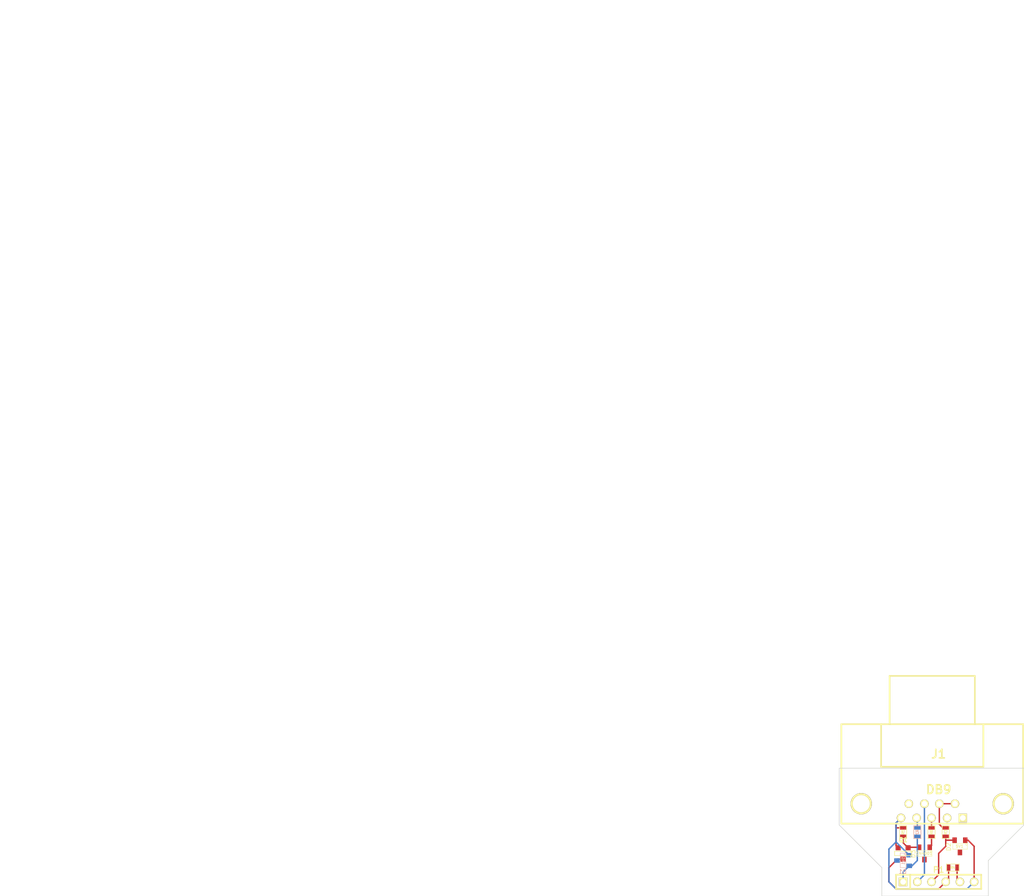
<source format=kicad_pcb>

(kicad_pcb
  (version 3)
  (host pcbnew "(2013-may-18)-stable")
  (general
    (links 20)
    (no_connects 0)
    (area 149.809999 137.109999 182.930001 160.070001)
    (thickness 1.6)
    (drawings 8)
    (tracks 54)
    (zones 0)
    (modules 12)
    (nets 12))
  (page A3)
  (layers
    (15 F.Cu signal)
    (0 B.Cu signal)
    (16 B.Adhes user)
    (17 F.Adhes user)
    (18 B.Paste user)
    (19 F.Paste user)
    (20 B.SilkS user)
    (21 F.SilkS user)
    (22 B.Mask user)
    (23 F.Mask user)
    (28 Edge.Cuts user))
  (setup
    (last_trace_width 0.254)
    (trace_clearance 0.254)
    (zone_clearance 0.508)
    (zone_45_only yes)
    (trace_min 0.254)
    (segment_width 0.2)
    (edge_width 0.1)
    (via_size 0.889)
    (via_drill 0.635)
    (via_min_size 0.889)
    (via_min_drill 0.508)
    (uvia_size 0.508)
    (uvia_drill 0.127)
    (uvias_allowed no)
    (uvia_min_size 0.508)
    (uvia_min_drill 0.127)
    (pcb_text_width 0.3)
    (pcb_text_size 1.5 1.5)
    (mod_edge_width 0.15)
    (mod_text_size 1 1)
    (mod_text_width 0.15)
    (pad_size 0.254 0.254)
    (pad_drill 0)
    (pad_to_mask_clearance 0)
    (aux_axis_origin 0 0)
    (visible_elements FFFFFBBF)
    (pcbplotparams
      (layerselection 271613953)
      (usegerberextensions true)
      (excludeedgelayer true)
      (linewidth 0.15)
      (plotframeref false)
      (viasonmask false)
      (mode 1)
      (useauxorigin false)
      (hpglpennumber 1)
      (hpglpenspeed 20)
      (hpglpendiameter 15)
      (hpglpenoverlay 2)
      (psnegative false)
      (psa4output false)
      (plotreference true)
      (plotvalue true)
      (plotothertext true)
      (plotinvisibletext false)
      (padsonsilk false)
      (subtractmaskfromsilk false)
      (outputformat 1)
      (mirror false)
      (drillshape 0)
      (scaleselection 1)
      (outputdirectory "")))
  (net 0 "")
  (net 1 GND)
  (net 2 MISO)
  (net 3 MOSI)
  (net 4 N-0000014)
  (net 5 N-000002)
  (net 6 N-000004)
  (net 7 N-000005)
  (net 8 N-000006)
  (net 9 RESET)
  (net 10 SCK)
  (net 11 VCC)
  (net_class Default "This is the default net class."
    (clearance 0.254)
    (trace_width 0.254)
    (via_dia 0.889)
    (via_drill 0.635)
    (uvia_dia 0.508)
    (uvia_drill 0.127)
    (add_net "")
    (add_net GND)
    (add_net MISO)
    (add_net MOSI)
    (add_net N-0000014)
    (add_net N-000002)
    (add_net N-000004)
    (add_net N-000005)
    (add_net N-000006)
    (add_net RESET)
    (add_net SCK)
    (add_net VCC))
  (module STUB
    (layer F.Cu)
    (tedit 5515612B)
    (tstamp 5515BD0E)
    (at 0 0)
    (fp_text reference STUB
      (at 0 3e-05)
      (layer F.SilkS)
      (effects
        (font
          (size 3e-05 3e-05)
          (thickness 7e-06))))
    (fp_text value VAL**
      (at 0 -3e-05)
      (layer F.SilkS)
      (effects
        (font
          (size 3e-05 3e-05)
          (thickness 7e-06)))))
  (module SM0603
    (layer F.Cu)
    (tedit 55128910)
    (tstamp 551288CD)
    (at 166.37 148.59 270)
    (path /551256FE)
    (attr smd)
    (fp_text reference R6
      (at 0 0 270)
      (layer F.SilkS)
      (effects
        (font
          (size 0.508 0.4572)
          (thickness 0.1143))))
    (fp_text value 10k
      (at 0 0 270)
      (layer F.SilkS) hide
      (effects
        (font
          (size 0.508 0.4572)
          (thickness 0.1143))))
    (fp_line
      (start -1.143 -0.635)
      (end 1.143 -0.635)
      (layer F.SilkS)
      (width 0.127))
    (fp_line
      (start 1.143 -0.635)
      (end 1.143 0.635)
      (layer F.SilkS)
      (width 0.127))
    (fp_line
      (start 1.143 0.635)
      (end -1.143 0.635)
      (layer F.SilkS)
      (width 0.127))
    (fp_line
      (start -1.143 0.635)
      (end -1.143 -0.635)
      (layer F.SilkS)
      (width 0.127))
    (pad 1 smd rect
      (at -0.762 0 270)
      (size 0.635 1.143)
      (layers F.Cu F.Paste F.Mask)
      (net 7 N-000005))
    (pad 2 smd rect
      (at 0.762 0 270)
      (size 0.635 1.143)
      (layers F.Cu F.Paste F.Mask)
      (net 8 N-000006))
    (model smd\resistors\R0603.wrl
      (at
        (xyz 0 0 0.001))
      (scale
        (xyz 0.5 0.5 0.5))
      (rotate
        (xyz 0 0 0))))
  (module SM0603
    (layer B.Cu)
    (tedit 4E43A3D1)
    (tstamp 55128727)
    (at 163.83 148.59 270)
    (path /551266D1)
    (attr smd)
    (fp_text reference R2
      (at 0 0 270)
      (layer B.SilkS)
      (effects
        (font
          (size 0.508 0.4572)
          (thickness 0.1143))
        (justify mirror)))
    (fp_text value 4k7
      (at 0 0 270)
      (layer B.SilkS) hide
      (effects
        (font
          (size 0.508 0.4572)
          (thickness 0.1143))
        (justify mirror)))
    (fp_line
      (start -1.143 0.635)
      (end 1.143 0.635)
      (layer B.SilkS)
      (width 0.127))
    (fp_line
      (start 1.143 0.635)
      (end 1.143 -0.635)
      (layer B.SilkS)
      (width 0.127))
    (fp_line
      (start 1.143 -0.635)
      (end -1.143 -0.635)
      (layer B.SilkS)
      (width 0.127))
    (fp_line
      (start -1.143 -0.635)
      (end -1.143 0.635)
      (layer B.SilkS)
      (width 0.127))
    (pad 1 smd rect
      (at -0.762 0 270)
      (size 0.635 1.143)
      (layers B.Cu B.Paste B.Mask)
      (net 6 N-000004))
    (pad 2 smd rect
      (at 0.762 0 270)
      (size 0.635 1.143)
      (layers B.Cu B.Paste B.Mask)
      (net 3 MOSI))
    (model smd\resistors\R0603.wrl
      (at
        (xyz 0 0 0.001))
      (scale
        (xyz 0.5 0.5 0.5))
      (rotate
        (xyz 0 0 0))))
  (module SM0603
    (layer F.Cu)
    (tedit 4E43A3D1)
    (tstamp 55152EC5)
    (at 170.18 154.94)
    (path /5512781E)
    (attr smd)
    (fp_text reference R4
      (at 0 0)
      (layer F.SilkS)
      (effects
        (font
          (size 0.508 0.4572)
          (thickness 0.1143))))
    (fp_text value 10k
      (at 0 0)
      (layer F.SilkS) hide
      (effects
        (font
          (size 0.508 0.4572)
          (thickness 0.1143))))
    (fp_line
      (start -1.143 -0.635)
      (end 1.143 -0.635)
      (layer F.SilkS)
      (width 0.127))
    (fp_line
      (start 1.143 -0.635)
      (end 1.143 0.635)
      (layer F.SilkS)
      (width 0.127))
    (fp_line
      (start 1.143 0.635)
      (end -1.143 0.635)
      (layer F.SilkS)
      (width 0.127))
    (fp_line
      (start -1.143 0.635)
      (end -1.143 -0.635)
      (layer F.SilkS)
      (width 0.127))
    (pad 1 smd rect
      (at -0.762 0)
      (size 0.635 1.143)
      (layers F.Cu F.Paste F.Mask)
      (net 9 RESET))
    (pad 2 smd rect
      (at 0.762 0)
      (size 0.635 1.143)
      (layers F.Cu F.Paste F.Mask)
      (net 11 VCC))
    (model smd\resistors\R0603.wrl
      (at
        (xyz 0 0 0.001))
      (scale
        (xyz 0.5 0.5 0.5))
      (rotate
        (xyz 0 0 0))))
  (module SM0603
    (layer F.Cu)
    (tedit 4E43A3D1)
    (tstamp 55152F38)
    (at 161.29 148.59 270)
    (path /55127C54)
    (attr smd)
    (fp_text reference R5
      (at 0 0 270)
      (layer F.SilkS)
      (effects
        (font
          (size 0.508 0.4572)
          (thickness 0.1143))))
    (fp_text value 22k
      (at 0 0 270)
      (layer F.SilkS) hide
      (effects
        (font
          (size 0.508 0.4572)
          (thickness 0.1143))))
    (fp_line
      (start -1.143 -0.635)
      (end 1.143 -0.635)
      (layer F.SilkS)
      (width 0.127))
    (fp_line
      (start 1.143 -0.635)
      (end 1.143 0.635)
      (layer F.SilkS)
      (width 0.127))
    (fp_line
      (start 1.143 0.635)
      (end -1.143 0.635)
      (layer F.SilkS)
      (width 0.127))
    (fp_line
      (start -1.143 0.635)
      (end -1.143 -0.635)
      (layer F.SilkS)
      (width 0.127))
    (pad 1 smd rect
      (at -0.762 0 270)
      (size 0.635 1.143)
      (layers F.Cu F.Paste F.Mask)
      (net 1 GND))
    (pad 2 smd rect
      (at 0.762 0 270)
      (size 0.635 1.143)
      (layers F.Cu F.Paste F.Mask)
      (net 5 N-000002))
    (model smd\resistors\R0603.wrl
      (at
        (xyz 0 0 0.001))
      (scale
        (xyz 0.5 0.5 0.5))
      (rotate
        (xyz 0 0 0))))
  (module SM0603
    (layer F.Cu)
    (tedit 551288F1)
    (tstamp 55152C2A)
    (at 168.91 148.59 270)
    (path /55128066)
    (attr smd)
    (fp_text reference R3
      (at 0 0 270)
      (layer F.SilkS)
      (effects
        (font
          (size 0.508 0.4572)
          (thickness 0.1143))))
    (fp_text value 4k7
      (at 0 0 270)
      (layer F.SilkS) hide
      (effects
        (font
          (size 0.508 0.4572)
          (thickness 0.1143))))
    (fp_line
      (start -1.143 -0.635)
      (end 1.143 -0.635)
      (layer F.SilkS)
      (width 0.127))
    (fp_line
      (start 1.143 -0.635)
      (end 1.143 0.635)
      (layer F.SilkS)
      (width 0.127))
    (fp_line
      (start 1.143 0.635)
      (end -1.143 0.635)
      (layer F.SilkS)
      (width 0.127))
    (fp_line
      (start -1.143 0.635)
      (end -1.143 -0.635)
      (layer F.SilkS)
      (width 0.127))
    (pad 1 smd rect
      (at -0.762 0 270)
      (size 0.635 1.143)
      (layers F.Cu F.Paste F.Mask)
      (net 4 N-0000014))
    (pad 2 smd rect
      (at 0.762 0 270)
      (size 0.635 1.143)
      (layers F.Cu F.Paste F.Mask)
      (net 10 SCK))
    (model smd\resistors\R0603.wrl
      (at
        (xyz 0 0 0.001))
      (scale
        (xyz 0.5 0.5 0.5))
      (rotate
        (xyz 0 0 0))))
  (module DB9MC
    (layer F.Cu)
    (tedit 200000)
    (tstamp 55152F1E)
    (at 166.37 144.78)
    (descr "Connecteur DB9 male couche")
    (tags "CONN DB9")
    (path /55125615)
    (fp_text reference J1
      (at 1.27 -10.16)
      (layer F.SilkS)
      (effects
        (font
          (size 1.524 1.524)
          (thickness 0.3048))))
    (fp_text value DB9
      (at 1.27 -3.81)
      (layer F.SilkS)
      (effects
        (font
          (size 1.524 1.524)
          (thickness 0.3048))))
    (fp_line
      (start -16.129 2.286)
      (end 16.383 2.286)
      (layer F.SilkS)
      (width 0.3048))
    (fp_line
      (start 16.383 2.286)
      (end 16.383 -15.494)
      (layer F.SilkS)
      (width 0.3048))
    (fp_line
      (start 16.383 -15.494)
      (end -16.129 -15.494)
      (layer F.SilkS)
      (width 0.3048))
    (fp_line
      (start -16.129 -15.494)
      (end -16.129 2.286)
      (layer F.SilkS)
      (width 0.3048))
    (fp_line
      (start -9.017 -15.494)
      (end -9.017 -7.874)
      (layer F.SilkS)
      (width 0.3048))
    (fp_line
      (start -9.017 -7.874)
      (end 9.271 -7.874)
      (layer F.SilkS)
      (width 0.3048))
    (fp_line
      (start 9.271 -7.874)
      (end 9.271 -15.494)
      (layer F.SilkS)
      (width 0.3048))
    (fp_line
      (start -7.493 -15.494)
      (end -7.493 -24.13)
      (layer F.SilkS)
      (width 0.3048))
    (fp_line
      (start -7.493 -24.13)
      (end 7.747 -24.13)
      (layer F.SilkS)
      (width 0.3048))
    (fp_line
      (start 7.747 -24.13)
      (end 7.747 -15.494)
      (layer F.SilkS)
      (width 0.3048))
    (pad "" thru_hole circle
      (at 12.827 -1.27)
      (size 3.81 3.81)
      (drill 3.048)
      (layers *.Cu *.Mask F.SilkS))
    (pad "" thru_hole circle
      (at -12.573 -1.27)
      (size 3.81 3.81)
      (drill 3.048)
      (layers *.Cu *.Mask F.SilkS))
    (pad 1 thru_hole rect
      (at 5.588 1.27)
      (size 1.524 1.524)
      (drill 1.016)
      (layers *.Cu *.Mask F.SilkS))
    (pad 2 thru_hole circle
      (at 2.794 1.27)
      (size 1.524 1.524)
      (drill 1.016)
      (layers *.Cu *.Mask F.SilkS))
    (pad 3 thru_hole circle
      (at 0 1.27)
      (size 1.524 1.524)
      (drill 1.016)
      (layers *.Cu *.Mask F.SilkS)
      (net 7 N-000005))
    (pad 4 thru_hole circle
      (at -2.667 1.27)
      (size 1.524 1.524)
      (drill 1.016)
      (layers *.Cu *.Mask F.SilkS)
      (net 6 N-000004))
    (pad 5 thru_hole circle
      (at -5.461 1.27)
      (size 1.524 1.524)
      (drill 1.016)
      (layers *.Cu *.Mask F.SilkS)
      (net 1 GND))
    (pad 9 thru_hole circle
      (at -4.064 -1.27)
      (size 1.524 1.524)
      (drill 1.016)
      (layers *.Cu *.Mask F.SilkS))
    (pad 8 thru_hole circle
      (at -1.27 -1.27)
      (size 1.524 1.524)
      (drill 1.016)
      (layers *.Cu *.Mask F.SilkS)
      (net 2 MISO))
    (pad 7 thru_hole circle
      (at 1.397 -1.27)
      (size 1.524 1.524)
      (drill 1.016)
      (layers *.Cu *.Mask F.SilkS)
      (net 4 N-0000014))
    (pad 6 thru_hole circle
      (at 4.191 -1.27)
      (size 1.524 1.524)
      (drill 1.016)
      (layers *.Cu *.Mask F.SilkS)
      (net 4 N-0000014))
    (model conn_DBxx/db9_male_pin90deg.wrl
      (at
        (xyz 0 0 0))
      (scale
        (xyz 1 1 1))
      (rotate
        (xyz 0 0 0))))
  (module SOT23
    (layer F.Cu)
    (tedit 5051A6D7)
    (tstamp 5512876E)
    (at 165.1 152.4 180)
    (tags SOT23)
    (path /55125783)
    (fp_text reference D3
      (at 1.99898 -0.09906 270)
      (layer F.SilkS)
      (effects
        (font
          (size 0.762 0.762)
          (thickness 0.11938))))
    (fp_text value 1N4001
      (at 0.0635 0 180)
      (layer F.SilkS)
      (effects
        (font
          (size 0.50038 0.50038)
          (thickness 0.09906))))
    (fp_circle
      (center -1.17602 0.35052)
      (end -1.30048 0.44958)
      (layer F.SilkS)
      (width 0.07874))
    (fp_line
      (start 1.27 -0.508)
      (end 1.27 0.508)
      (layer F.SilkS)
      (width 0.07874))
    (fp_line
      (start -1.3335 -0.508)
      (end -1.3335 0.508)
      (layer F.SilkS)
      (width 0.07874))
    (fp_line
      (start 1.27 0.508)
      (end -1.3335 0.508)
      (layer F.SilkS)
      (width 0.07874))
    (fp_line
      (start -1.3335 -0.508)
      (end 1.27 -0.508)
      (layer F.SilkS)
      (width 0.07874))
    (pad 3 smd rect
      (at 0 -1.09982 180)
      (size 0.8001 1.00076)
      (layers F.Cu F.Paste F.Mask))
    (pad 2 smd rect
      (at 0.9525 1.09982 180)
      (size 0.8001 1.00076)
      (layers F.Cu F.Paste F.Mask)
      (net 5 N-000002))
    (pad 1 smd rect
      (at -0.9525 1.09982 180)
      (size 0.8001 1.00076)
      (layers F.Cu F.Paste F.Mask)
      (net 8 N-000006))
    (model smd\SOT23_3.wrl
      (at
        (xyz 0 0 0))
      (scale
        (xyz 0.4 0.4 0.4))
      (rotate
        (xyz 0 0 180))))
  (module SOT23
    (layer B.Cu)
    (tedit 5051A6D7)
    (tstamp 5512877E)
    (at 161.29 153.67 270)
    (tags SOT23)
    (path /55126C41)
    (fp_text reference D1
      (at 1.99898 0.09906 540)
      (layer B.SilkS)
      (effects
        (font
          (size 0.762 0.762)
          (thickness 0.11938))
        (justify mirror)))
    (fp_text value 5V1
      (at 0.0635 0 270)
      (layer B.SilkS)
      (effects
        (font
          (size 0.50038 0.50038)
          (thickness 0.09906))
        (justify mirror)))
    (fp_circle
      (center -1.17602 -0.35052)
      (end -1.30048 -0.44958)
      (layer B.SilkS)
      (width 0.07874))
    (fp_line
      (start 1.27 0.508)
      (end 1.27 -0.508)
      (layer B.SilkS)
      (width 0.07874))
    (fp_line
      (start -1.3335 0.508)
      (end -1.3335 -0.508)
      (layer B.SilkS)
      (width 0.07874))
    (fp_line
      (start 1.27 -0.508)
      (end -1.3335 -0.508)
      (layer B.SilkS)
      (width 0.07874))
    (fp_line
      (start -1.3335 0.508)
      (end 1.27 0.508)
      (layer B.SilkS)
      (width 0.07874))
    (pad 3 smd rect
      (at 0 1.09982 270)
      (size 0.8001 1.00076)
      (layers B.Cu B.Paste B.Mask))
    (pad 2 smd rect
      (at 0.9525 -1.09982 270)
      (size 0.8001 1.00076)
      (layers B.Cu B.Paste B.Mask)
      (net 3 MOSI))
    (pad 1 smd rect
      (at -0.9525 -1.09982 270)
      (size 0.8001 1.00076)
      (layers B.Cu B.Paste B.Mask)
      (net 1 GND))
    (model smd\SOT23_3.wrl
      (at
        (xyz 0 0 0))
      (scale
        (xyz 0.4 0.4 0.4))
      (rotate
        (xyz 0 0 180))))
  (module SOT23
    (layer F.Cu)
    (tedit 5051A6D7)
    (tstamp 55152617)
    (at 171.45 151.13 180)
    (tags SOT23)
    (path /5512806C)
    (fp_text reference D2
      (at 1.99898 -0.09906 270)
      (layer F.SilkS)
      (effects
        (font
          (size 0.762 0.762)
          (thickness 0.11938))))
    (fp_text value 5V1
      (at 0.0635 0 180)
      (layer F.SilkS)
      (effects
        (font
          (size 0.50038 0.50038)
          (thickness 0.09906))))
    (fp_circle
      (center -1.17602 0.35052)
      (end -1.30048 0.44958)
      (layer F.SilkS)
      (width 0.07874))
    (fp_line
      (start 1.27 -0.508)
      (end 1.27 0.508)
      (layer F.SilkS)
      (width 0.07874))
    (fp_line
      (start -1.3335 -0.508)
      (end -1.3335 0.508)
      (layer F.SilkS)
      (width 0.07874))
    (fp_line
      (start 1.27 0.508)
      (end -1.3335 0.508)
      (layer F.SilkS)
      (width 0.07874))
    (fp_line
      (start -1.3335 -0.508)
      (end 1.27 -0.508)
      (layer F.SilkS)
      (width 0.07874))
    (pad 3 smd rect
      (at 0 -1.09982 180)
      (size 0.8001 1.00076)
      (layers F.Cu F.Paste F.Mask))
    (pad 2 smd rect
      (at 0.9525 1.09982 180)
      (size 0.8001 1.00076)
      (layers F.Cu F.Paste F.Mask)
      (net 10 SCK))
    (pad 1 smd rect
      (at -0.9525 1.09982 180)
      (size 0.8001 1.00076)
      (layers F.Cu F.Paste F.Mask)
      (net 1 GND))
    (model smd\SOT23_3.wrl
      (at
        (xyz 0 0 0))
      (scale
        (xyz 0.4 0.4 0.4))
      (rotate
        (xyz 0 0 180))))
  (module SOT23EBC
    (layer F.Cu)
    (tedit 3F980186)
    (tstamp 551286EB)
    (at 161.29 152.4)
    (descr "Module CMS SOT23 Transistore EBC")
    (tags "CMS SOT")
    (path /5512663C)
    (attr smd)
    (fp_text reference Q1
      (at 0 -2.413)
      (layer F.SilkS)
      (effects
        (font
          (size 0.762 0.762)
          (thickness 0.2032))))
    (fp_text value NPN
      (at 0 0)
      (layer F.SilkS) hide
      (effects
        (font
          (size 0.762 0.762)
          (thickness 0.2032))))
    (fp_line
      (start -1.524 -0.381)
      (end 1.524 -0.381)
      (layer F.SilkS)
      (width 0.127))
    (fp_line
      (start 1.524 -0.381)
      (end 1.524 0.381)
      (layer F.SilkS)
      (width 0.127))
    (fp_line
      (start 1.524 0.381)
      (end -1.524 0.381)
      (layer F.SilkS)
      (width 0.127))
    (fp_line
      (start -1.524 0.381)
      (end -1.524 -0.381)
      (layer F.SilkS)
      (width 0.127))
    (pad 1 smd rect
      (at -0.889 -1.016)
      (size 0.9144 0.9144)
      (layers F.Cu F.Paste F.Mask)
      (net 1 GND))
    (pad 2 smd rect
      (at 0.889 -1.016)
      (size 0.9144 0.9144)
      (layers F.Cu F.Paste F.Mask)
      (net 5 N-000002))
    (pad 3 smd rect
      (at 0 1.016)
      (size 0.9144 0.9144)
      (layers F.Cu F.Paste F.Mask)
      (net 9 RESET))
    (model smd/cms_sot23.wrl
      (at
        (xyz 0 0 0))
      (scale
        (xyz 0.13 0.15 0.15))
      (rotate
        (xyz 0 0 0))))
  (module PIN_ARRAY-6X1
    (layer F.Cu)
    (tedit 41402119)
    (tstamp 55152EE8)
    (at 167.64 157.48)
    (descr "Connecteur 6 pins")
    (tags "CONN DEV")
    (path /55153EA4)
    (fp_text reference P1
      (at 0 -2.159)
      (layer F.SilkS)
      (effects
        (font
          (size 1.016 1.016)
          (thickness 0.2032))))
    (fp_text value CONN_6
      (at 0 2.159)
      (layer F.SilkS) hide
      (effects
        (font
          (size 1.016 0.889)
          (thickness 0.2032))))
    (fp_line
      (start -7.62 1.27)
      (end -7.62 -1.27)
      (layer F.SilkS)
      (width 0.3048))
    (fp_line
      (start -7.62 -1.27)
      (end 7.62 -1.27)
      (layer F.SilkS)
      (width 0.3048))
    (fp_line
      (start 7.62 -1.27)
      (end 7.62 1.27)
      (layer F.SilkS)
      (width 0.3048))
    (fp_line
      (start 7.62 1.27)
      (end -7.62 1.27)
      (layer F.SilkS)
      (width 0.3048))
    (fp_line
      (start -5.08 1.27)
      (end -5.08 -1.27)
      (layer F.SilkS)
      (width 0.3048))
    (pad 1 thru_hole rect
      (at -6.35 0)
      (size 1.524 1.524)
      (drill 1.016)
      (layers *.Cu *.Mask F.SilkS)
      (net 3 MOSI))
    (pad 2 thru_hole circle
      (at -3.81 0)
      (size 1.524 1.524)
      (drill 1.016)
      (layers *.Cu *.Mask F.SilkS)
      (net 2 MISO))
    (pad 3 thru_hole circle
      (at -1.27 0)
      (size 1.524 1.524)
      (drill 1.016)
      (layers *.Cu *.Mask F.SilkS)
      (net 10 SCK))
    (pad 4 thru_hole circle
      (at 1.27 0)
      (size 1.524 1.524)
      (drill 1.016)
      (layers *.Cu *.Mask F.SilkS)
      (net 9 RESET))
    (pad 5 thru_hole circle
      (at 3.81 0)
      (size 1.524 1.524)
      (drill 1.016)
      (layers *.Cu *.Mask F.SilkS)
      (net 11 VCC))
    (pad 6 thru_hole circle
      (at 6.35 0)
      (size 1.524 1.524)
      (drill 1.016)
      (layers *.Cu *.Mask F.SilkS)
      (net 1 GND))
    (model pin_array/pins_array_6x1.wrl
      (at
        (xyz 0 0 0))
      (scale
        (xyz 1 1 1))
      (rotate
        (xyz 0 0 0))))
  (gr_line
    (start 182.88 137.16)
    (end 149.86 137.16)
    (angle 90)
    (layer Edge.Cuts)
    (width 0.1))
  (gr_line
    (start 182.88 147.32)
    (end 182.88 137.16)
    (angle 90)
    (layer Edge.Cuts)
    (width 0.1))
  (gr_line
    (start 176.53 153.67)
    (end 182.88 147.32)
    (angle 90)
    (layer Edge.Cuts)
    (width 0.1))
  (gr_line
    (start 176.53 160.02)
    (end 176.53 153.67)
    (angle 90)
    (layer Edge.Cuts)
    (width 0.1))
  (gr_line
    (start 157.48 160.02)
    (end 176.53 160.02)
    (angle 90)
    (layer Edge.Cuts)
    (width 0.1))
  (gr_line
    (start 157.48 154.94)
    (end 157.48 160.02)
    (angle 90)
    (layer Edge.Cuts)
    (width 0.1))
  (gr_line
    (start 149.86 147.32)
    (end 157.48 154.94)
    (angle 90)
    (layer Edge.Cuts)
    (width 0.1))
  (gr_line
    (start 149.86 137.16)
    (end 149.86 147.32)
    (angle 90)
    (layer Edge.Cuts)
    (width 0.1))
  (segment
    (start 160.02 146.939)
    (end 160.909 146.05)
    (width 0.254)
    (layer F.Cu)
    (net 1)
    (tstamp 5515BCC3))
  (segment
    (start 160.02 147.32)
    (end 160.02 146.939)
    (width 0.254)
    (layer F.Cu)
    (net 1))
  (segment
    (start 160.02 151.003)
    (end 160.401 151.384)
    (width 0.254)
    (layer F.Cu)
    (net 1)
    (tstamp 5515BC33))
  (segment
    (start 160.02 147.32)
    (end 160.02 151.003)
    (width 0.254)
    (layer F.Cu)
    (net 1)
    (tstamp 5515BC39))
  (segment
    (start 160.02 150.34768)
    (end 160.02 146.939)
    (width 0.254)
    (layer B.Cu)
    (net 1))
  (segment
    (start 160.02 146.939)
    (end 160.909 146.05)
    (width 0.254)
    (layer B.Cu)
    (net 1)
    (tstamp 5515BCBE))
  (segment
    (start 172.4025 150.03018)
    (end 172.89018 150.03018)
    (width 0.254)
    (layer F.Cu)
    (net 1))
  (segment
    (start 173.99 151.13)
    (end 173.99 157.48)
    (width 0.254)
    (layer F.Cu)
    (net 1)
    (tstamp 5515BC83))
  (segment
    (start 172.89018 150.03018)
    (end 173.99 151.13)
    (width 0.254)
    (layer F.Cu)
    (net 1)
    (tstamp 5515BC82))
  (segment
    (start 173.99 157.48)
    (end 172.72 158.75)
    (width 0.254)
    (layer B.Cu)
    (net 1))
  (segment
    (start 172.72 158.75)
    (end 160.02 158.75)
    (width 0.254)
    (layer B.Cu)
    (net 1)
    (tstamp 5515BC3B))
  (segment
    (start 160.02 158.75)
    (end 158.75 157.48)
    (width 0.254)
    (layer B.Cu)
    (net 1)
    (tstamp 5515BC3C))
  (segment
    (start 158.75 157.48)
    (end 158.75 151.61768)
    (width 0.254)
    (layer B.Cu)
    (net 1)
    (tstamp 5515BC3D))
  (segment
    (start 158.75 151.61768)
    (end 160.02 150.34768)
    (width 0.254)
    (layer B.Cu)
    (net 1)
    (tstamp 5515BC3E))
  (segment
    (start 161.29 147.828)
    (end 160.02 147.828)
    (width 0.254)
    (layer F.Cu)
    (net 1))
  (segment
    (start 160.02 147.828)
    (end 160.02 147.32)
    (width 0.254)
    (layer F.Cu)
    (net 1)
    (tstamp 5515BC36))
  (segment
    (start 160.02 150.34768)
    (end 162.38982 152.7175)
    (width 0.254)
    (layer B.Cu)
    (net 1)
    (tstamp 5515BC20))
  (segment
    (start 165.1 143.51)
    (end 165.1 156.21)
    (width 0.254)
    (layer B.Cu)
    (net 2))
  (segment
    (start 165.1 156.21)
    (end 163.83 157.48)
    (width 0.254)
    (layer B.Cu)
    (net 2)
    (tstamp 551531EB))
  (segment
    (start 163.83 149.352)
    (end 163.83 153.67)
    (width 0.254)
    (layer B.Cu)
    (net 3))
  (segment
    (start 162.8775 154.6225)
    (end 162.38982 154.6225)
    (width 0.254)
    (layer B.Cu)
    (net 3)
    (tstamp 55153A0F))
  (segment
    (start 163.83 153.67)
    (end 162.8775 154.6225)
    (width 0.254)
    (layer B.Cu)
    (net 3)
    (tstamp 55153A0D))
  (segment
    (start 161.29 157.48)
    (end 161.29 155.72232)
    (width 0.254)
    (layer B.Cu)
    (net 3))
  (segment
    (start 161.29 155.72232)
    (end 162.38982 154.6225)
    (width 0.254)
    (layer B.Cu)
    (net 3)
    (tstamp 55153A09))
  (segment
    (start 167.767 143.51)
    (end 170.561 143.51)
    (width 0.254)
    (layer F.Cu)
    (net 4))
  (segment
    (start 167.767 143.51)
    (end 167.767 147.193)
    (width 0.254)
    (layer F.Cu)
    (net 4))
  (segment
    (start 168.402 147.828)
    (end 168.91 147.828)
    (width 0.254)
    (layer F.Cu)
    (net 4)
    (tstamp 5515318D))
  (segment
    (start 167.767 147.193)
    (end 168.402 147.828)
    (width 0.254)
    (layer F.Cu)
    (net 4)
    (tstamp 55153188))
  (segment
    (start 161.29 149.352)
    (end 161.29 150.495)
    (width 0.254)
    (layer F.Cu)
    (net 5))
  (segment
    (start 161.29 150.495)
    (end 162.179 151.384)
    (width 0.254)
    (layer F.Cu)
    (net 5)
    (tstamp 5515BC10))
  (segment
    (start 164.1475 151.30018)
    (end 162.26282 151.30018)
    (width 0.254)
    (layer F.Cu)
    (net 5))
  (segment
    (start 162.26282 151.30018)
    (end 162.179 151.384)
    (width 0.254)
    (layer F.Cu)
    (net 5)
    (tstamp 5515BC0D))
  (segment
    (start 163.83 147.828)
    (end 163.83 146.177)
    (width 0.254)
    (layer B.Cu)
    (net 6))
  (segment
    (start 163.83 146.177)
    (end 163.703 146.05)
    (width 0.254)
    (layer B.Cu)
    (net 6)
    (tstamp 5515BCB4))
  (segment
    (start 166.37 147.828)
    (end 166.37 146.05)
    (width 0.254)
    (layer F.Cu)
    (net 7))
  (segment
    (start 166.37 149.352)
    (end 166.37 150.98268)
    (width 0.254)
    (layer F.Cu)
    (net 8))
  (segment
    (start 166.37 150.98268)
    (end 166.0525 151.30018)
    (width 0.254)
    (layer F.Cu)
    (net 8)
    (tstamp 55153247))
  (segment
    (start 168.91 157.48)
    (end 167.64 158.75)
    (width 0.254)
    (layer F.Cu)
    (net 9))
  (segment
    (start 160.274 153.416)
    (end 161.29 153.416)
    (width 0.254)
    (layer F.Cu)
    (net 9)
    (tstamp 5515BC1A))
  (segment
    (start 158.75 154.94)
    (end 160.274 153.416)
    (width 0.254)
    (layer F.Cu)
    (net 9)
    (tstamp 5515BC18))
  (segment
    (start 158.75 157.48)
    (end 158.75 154.94)
    (width 0.254)
    (layer F.Cu)
    (net 9)
    (tstamp 5515BC17))
  (segment
    (start 160.02 158.75)
    (end 158.75 157.48)
    (width 0.254)
    (layer F.Cu)
    (net 9)
    (tstamp 5515BC16))
  (segment
    (start 167.64 158.75)
    (end 160.02 158.75)
    (width 0.254)
    (layer F.Cu)
    (net 9)
    (tstamp 5515BC15))
  (segment
    (start 169.418 154.94)
    (end 169.418 156.972)
    (width 0.254)
    (layer F.Cu)
    (net 9))
  (segment
    (start 169.418 156.972)
    (end 168.91 157.48)
    (width 0.254)
    (layer F.Cu)
    (net 9)
    (tstamp 5515BB9F))
  (segment
    (start 170.4975 150.03018)
    (end 168.91 150.03018)
    (width 0.254)
    (layer F.Cu)
    (net 10))
  (segment
    (start 168.91 150.03018)
    (end 168.91 149.86)
    (width 0.254)
    (layer F.Cu)
    (net 10)
    (tstamp 5515BC7D))
  (segment
    (start 168.91 149.352)
    (end 168.91 149.86)
    (width 0.254)
    (layer F.Cu)
    (net 10))
  (segment
    (start 168.91 149.86)
    (end 168.91 151.13)
    (width 0.254)
    (layer F.Cu)
    (net 10)
    (tstamp 5515BC80))
  (segment
    (start 167.64 156.21)
    (end 166.37 157.48)
    (width 0.254)
    (layer F.Cu)
    (net 10)
    (tstamp 5515BC7A))
  (segment
    (start 167.64 152.4)
    (end 167.64 156.21)
    (width 0.254)
    (layer F.Cu)
    (net 10)
    (tstamp 5515BC79))
  (segment
    (start 168.91 151.13)
    (end 167.64 152.4)
    (width 0.254)
    (layer F.Cu)
    (net 10)
    (tstamp 5515BC78))
  (segment
    (start 170.942 154.94)
    (end 170.942 156.972)
    (width 0.254)
    (layer F.Cu)
    (net 11))
  (segment
    (start 170.942 156.972)
    (end 171.45 157.48)
    (width 0.254)
    (layer F.Cu)
    (net 11)
    (tstamp 5515BBA2)))
</source>
